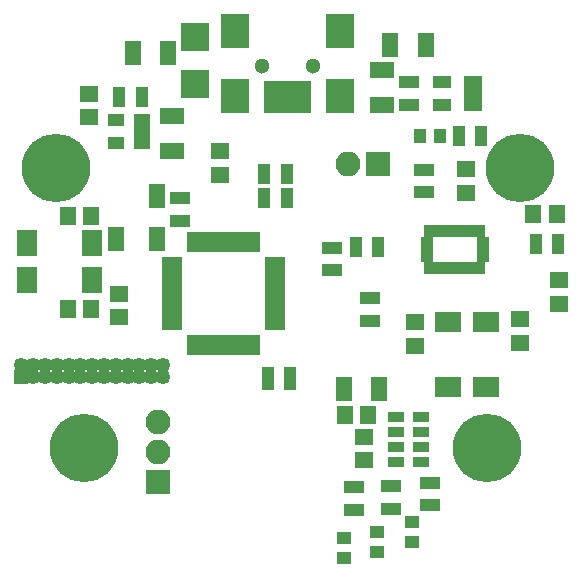
<source format=gbr>
G04 #@! TF.GenerationSoftware,KiCad,Pcbnew,(5.1.0)-1*
G04 #@! TF.CreationDate,2019-04-02T23:20:29-05:00*
G04 #@! TF.ProjectId,Avionics Board 1,4176696f-6e69-4637-9320-426f61726420,rev?*
G04 #@! TF.SameCoordinates,Original*
G04 #@! TF.FileFunction,Soldermask,Top*
G04 #@! TF.FilePolarity,Negative*
%FSLAX46Y46*%
G04 Gerber Fmt 4.6, Leading zero omitted, Abs format (unit mm)*
G04 Created by KiCad (PCBNEW (5.1.0)-1) date 2019-04-02 23:20:29*
%MOMM*%
%LPD*%
G04 APERTURE LIST*
%ADD10R,1.700000X1.100000*%
%ADD11R,1.400000X2.100000*%
%ADD12R,1.400000X1.650000*%
%ADD13R,2.000000X1.400000*%
%ADD14R,1.650000X1.400000*%
%ADD15R,1.400000X2.000000*%
%ADD16R,2.400000X2.400000*%
%ADD17R,1.000000X1.200000*%
%ADD18R,1.200000X1.000000*%
%ADD19R,0.900000X2.700000*%
%ADD20R,2.400000X2.900000*%
%ADD21C,1.300000*%
%ADD22C,5.800000*%
%ADD23R,2.100000X2.100000*%
%ADD24O,2.100000X2.100000*%
%ADD25R,1.100000X1.700000*%
%ADD26R,1.700000X2.300000*%
%ADD27R,1.460000X1.050000*%
%ADD28R,1.700000X0.650000*%
%ADD29R,0.650000X1.700000*%
%ADD30R,1.620000X1.050000*%
%ADD31R,1.350000X0.950000*%
%ADD32R,0.650000X1.000000*%
%ADD33R,1.000000X0.650000*%
%ADD34R,2.300000X1.700000*%
%ADD35R,1.050000X0.800000*%
%ADD36O,1.250000X1.250000*%
%ADD37R,1.250000X1.250000*%
G04 APERTURE END LIST*
D10*
X57340000Y-121872000D03*
X57340000Y-119972000D03*
D11*
X34190000Y-99322000D03*
X34190000Y-95722000D03*
X30690000Y-99322000D03*
D12*
X28632000Y-97360000D03*
X26632000Y-97360000D03*
X28632000Y-105234000D03*
X26632000Y-105234000D03*
D13*
X35440000Y-91922000D03*
X35440000Y-88922000D03*
D14*
X30934000Y-103980000D03*
X30934000Y-105980000D03*
D15*
X32140000Y-83622000D03*
X35140000Y-83622000D03*
D14*
X39540000Y-91922000D03*
X39540000Y-93922000D03*
X28440000Y-87022000D03*
X28440000Y-89022000D03*
D13*
X53240000Y-85022000D03*
X53240000Y-88022000D03*
D12*
X52090000Y-114272000D03*
X50090000Y-114272000D03*
D15*
X52990000Y-112072000D03*
X49990000Y-112072000D03*
D14*
X51690000Y-116072000D03*
X51690000Y-118072000D03*
D15*
X56940000Y-82922000D03*
X53940000Y-82922000D03*
D14*
X60376000Y-93428000D03*
X60376000Y-95428000D03*
X68250000Y-102826000D03*
X68250000Y-104826000D03*
D12*
X68040000Y-97222000D03*
X66040000Y-97222000D03*
D14*
X56058000Y-106382000D03*
X56058000Y-108382000D03*
X64948000Y-106128000D03*
X64948000Y-108128000D03*
D16*
X37440000Y-86222000D03*
X37440000Y-82222000D03*
D17*
X58190000Y-90622000D03*
X56490000Y-90622000D03*
D18*
X50040000Y-124672000D03*
X50040000Y-126372000D03*
X52840000Y-124172000D03*
X52840000Y-125872000D03*
X55740000Y-123272000D03*
X55740000Y-124972000D03*
D19*
X46840000Y-87322000D03*
X46040000Y-87322000D03*
X45240000Y-87322000D03*
X44440000Y-87322000D03*
X43640000Y-87322000D03*
D20*
X49690000Y-87222000D03*
X49690000Y-81722000D03*
X40790000Y-87222000D03*
X40790000Y-81722000D03*
D21*
X47440000Y-84722000D03*
X43040000Y-84722000D03*
D22*
X64940000Y-93322000D03*
X62100000Y-117000000D03*
X25640000Y-93322000D03*
X28000000Y-117000000D03*
D23*
X52940000Y-93022000D03*
D24*
X50400000Y-93022000D03*
D25*
X32890000Y-87322000D03*
X30990000Y-87322000D03*
D10*
X36140000Y-95872000D03*
X36140000Y-97772000D03*
D25*
X61650000Y-90622000D03*
X59750000Y-90622000D03*
D10*
X50840000Y-122272000D03*
X50840000Y-120372000D03*
X53990000Y-122166000D03*
X53990000Y-120266000D03*
X49040000Y-100072000D03*
X49040000Y-101972000D03*
X52240000Y-106272000D03*
X52240000Y-104372000D03*
X55550000Y-87968000D03*
X55550000Y-86068000D03*
D25*
X45188000Y-95906000D03*
X43288000Y-95906000D03*
X43288000Y-93874000D03*
X45188000Y-93874000D03*
X52944000Y-100016000D03*
X51044000Y-100016000D03*
D10*
X56820000Y-93478000D03*
X56820000Y-95378000D03*
D25*
X68184000Y-99762000D03*
X66284000Y-99762000D03*
D26*
X28648000Y-99646000D03*
X23148000Y-99646000D03*
X23148000Y-102846000D03*
X28648000Y-102846000D03*
D27*
X32945000Y-91183000D03*
X32945000Y-90233000D03*
X32945000Y-89283000D03*
X30745000Y-89283000D03*
X30745000Y-91183000D03*
D28*
X35474000Y-101214000D03*
X35474000Y-101714000D03*
X35474000Y-102214000D03*
X35474000Y-102714000D03*
X35474000Y-103214000D03*
X35474000Y-103714000D03*
X35474000Y-104214000D03*
X35474000Y-104714000D03*
X35474000Y-105214000D03*
X35474000Y-105714000D03*
X35474000Y-106214000D03*
X35474000Y-106714000D03*
D29*
X37074000Y-108314000D03*
X37574000Y-108314000D03*
X38074000Y-108314000D03*
X38574000Y-108314000D03*
X39074000Y-108314000D03*
X39574000Y-108314000D03*
X40074000Y-108314000D03*
X40574000Y-108314000D03*
X41074000Y-108314000D03*
X41574000Y-108314000D03*
X42074000Y-108314000D03*
X42574000Y-108314000D03*
D28*
X44174000Y-106714000D03*
X44174000Y-106214000D03*
X44174000Y-105714000D03*
X44174000Y-105214000D03*
X44174000Y-104714000D03*
X44174000Y-104214000D03*
X44174000Y-103714000D03*
X44174000Y-103214000D03*
X44174000Y-102714000D03*
X44174000Y-102214000D03*
X44174000Y-101714000D03*
X44174000Y-101214000D03*
D29*
X42574000Y-99614000D03*
X42074000Y-99614000D03*
X41574000Y-99614000D03*
X41074000Y-99614000D03*
X40574000Y-99614000D03*
X40074000Y-99614000D03*
X39574000Y-99614000D03*
X39074000Y-99614000D03*
X38574000Y-99614000D03*
X38074000Y-99614000D03*
X37574000Y-99614000D03*
X37074000Y-99614000D03*
D30*
X60924000Y-87968000D03*
X60924000Y-87018000D03*
X60924000Y-86068000D03*
X58304000Y-86068000D03*
X58304000Y-87968000D03*
D31*
X54395000Y-118197000D03*
X54395000Y-114447000D03*
X54395000Y-115697000D03*
X54395000Y-116947000D03*
X56545000Y-114447000D03*
X56545000Y-115697000D03*
X56545000Y-116947000D03*
X56545000Y-118197000D03*
D32*
X61646000Y-101794000D03*
X61146000Y-101794000D03*
X60646000Y-101794000D03*
X60146000Y-101794000D03*
X59646000Y-101794000D03*
X59146000Y-101794000D03*
X58646000Y-101794000D03*
X58146000Y-101794000D03*
X57646000Y-101794000D03*
X57146000Y-101794000D03*
X61646000Y-98669000D03*
X61146000Y-98669000D03*
X60646000Y-98669000D03*
X60146000Y-98669000D03*
X59646000Y-98669000D03*
X59146000Y-98669000D03*
X58646000Y-98669000D03*
X58146000Y-98669000D03*
X57646000Y-98669000D03*
X57146000Y-98669000D03*
D33*
X61766000Y-100981500D03*
X61766000Y-100481500D03*
X61766000Y-99981500D03*
X61766000Y-99481500D03*
X57036000Y-100981500D03*
X57036000Y-100481500D03*
X57036000Y-99981500D03*
X57036000Y-99481500D03*
D34*
X58852000Y-106366000D03*
X58852000Y-111866000D03*
X62052000Y-111866000D03*
X62052000Y-106366000D03*
D21*
X47440000Y-84722000D03*
X43040000Y-84722000D03*
D23*
X34240000Y-119922000D03*
D24*
X34240000Y-117382000D03*
X34240000Y-114842000D03*
D35*
X45490000Y-111772000D03*
X45490000Y-110472000D03*
X43590000Y-111122000D03*
X45490000Y-111122000D03*
X43590000Y-110472000D03*
X43590000Y-111772000D03*
D36*
X34700000Y-110000000D03*
X34700000Y-111000000D03*
X33700000Y-110000000D03*
X33700000Y-111000000D03*
X32700000Y-110000000D03*
X32700000Y-111000000D03*
X31700000Y-110000000D03*
X31700000Y-111000000D03*
X30700000Y-110000000D03*
X30700000Y-111000000D03*
X29700000Y-110000000D03*
X29700000Y-111000000D03*
X28700000Y-110000000D03*
X28700000Y-111000000D03*
X27700000Y-110000000D03*
X27700000Y-111000000D03*
X26700000Y-110000000D03*
X26700000Y-111000000D03*
X25700000Y-110000000D03*
X25700000Y-111000000D03*
X24700000Y-110000000D03*
X24700000Y-111000000D03*
X23700000Y-110000000D03*
X23700000Y-111000000D03*
X22700000Y-110000000D03*
D37*
X22700000Y-111000000D03*
M02*

</source>
